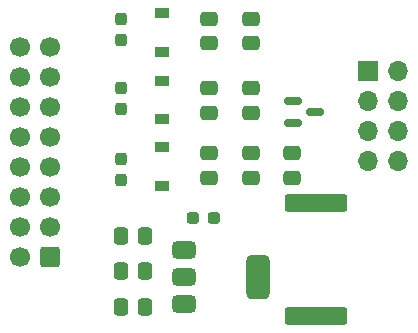
<source format=gts>
%TF.GenerationSoftware,KiCad,Pcbnew,8.0.2*%
%TF.CreationDate,2024-09-09T09:37:28-05:00*%
%TF.ProjectId,wh3lk,7768336c-6b2e-46b6-9963-61645f706362,v2.0.0a*%
%TF.SameCoordinates,Original*%
%TF.FileFunction,Soldermask,Top*%
%TF.FilePolarity,Negative*%
%FSLAX46Y46*%
G04 Gerber Fmt 4.6, Leading zero omitted, Abs format (unit mm)*
G04 Created by KiCad (PCBNEW 8.0.2) date 2024-09-09 09:37:28*
%MOMM*%
%LPD*%
G01*
G04 APERTURE LIST*
G04 Aperture macros list*
%AMRoundRect*
0 Rectangle with rounded corners*
0 $1 Rounding radius*
0 $2 $3 $4 $5 $6 $7 $8 $9 X,Y pos of 4 corners*
0 Add a 4 corners polygon primitive as box body*
4,1,4,$2,$3,$4,$5,$6,$7,$8,$9,$2,$3,0*
0 Add four circle primitives for the rounded corners*
1,1,$1+$1,$2,$3*
1,1,$1+$1,$4,$5*
1,1,$1+$1,$6,$7*
1,1,$1+$1,$8,$9*
0 Add four rect primitives between the rounded corners*
20,1,$1+$1,$2,$3,$4,$5,0*
20,1,$1+$1,$4,$5,$6,$7,0*
20,1,$1+$1,$6,$7,$8,$9,0*
20,1,$1+$1,$8,$9,$2,$3,0*%
G04 Aperture macros list end*
%ADD10R,1.700000X1.700000*%
%ADD11O,1.700000X1.700000*%
%ADD12RoundRect,0.150000X-0.587500X-0.150000X0.587500X-0.150000X0.587500X0.150000X-0.587500X0.150000X0*%
%ADD13RoundRect,0.375000X-0.625000X-0.375000X0.625000X-0.375000X0.625000X0.375000X-0.625000X0.375000X0*%
%ADD14RoundRect,0.500000X-0.500000X-1.400000X0.500000X-1.400000X0.500000X1.400000X-0.500000X1.400000X0*%
%ADD15RoundRect,0.250001X2.399999X-0.487499X2.399999X0.487499X-2.399999X0.487499X-2.399999X-0.487499X0*%
%ADD16RoundRect,0.250000X0.600000X0.600000X-0.600000X0.600000X-0.600000X-0.600000X0.600000X-0.600000X0*%
%ADD17C,1.700000*%
%ADD18RoundRect,0.237500X-0.287500X-0.237500X0.287500X-0.237500X0.287500X0.237500X-0.287500X0.237500X0*%
%ADD19RoundRect,0.237500X0.237500X-0.287500X0.237500X0.287500X-0.237500X0.287500X-0.237500X-0.287500X0*%
%ADD20R,1.220000X0.910000*%
%ADD21RoundRect,0.250000X0.475000X-0.337500X0.475000X0.337500X-0.475000X0.337500X-0.475000X-0.337500X0*%
%ADD22RoundRect,0.250000X0.337500X0.475000X-0.337500X0.475000X-0.337500X-0.475000X0.337500X-0.475000X0*%
%ADD23RoundRect,0.250000X-0.475000X0.337500X-0.475000X-0.337500X0.475000X-0.337500X0.475000X0.337500X0*%
G04 APERTURE END LIST*
D10*
%TO.C,J2*%
X90960000Y-68500000D03*
D11*
X93500000Y-68500000D03*
X90960000Y-71040000D03*
X93500000Y-71040000D03*
X90960000Y-73580000D03*
X93500000Y-73580000D03*
X90960000Y-76120000D03*
X93500000Y-76120000D03*
%TD*%
D12*
%TO.C,U2*%
X86437500Y-72000000D03*
X84562500Y-72950000D03*
X84562500Y-71050000D03*
%TD*%
D13*
%TO.C,U1*%
X75350000Y-88300000D03*
D14*
X81650000Y-86000000D03*
D13*
X75350000Y-86000000D03*
X75350000Y-83700000D03*
%TD*%
D15*
%TO.C,R1*%
X86500000Y-79687500D03*
X86500000Y-89312500D03*
%TD*%
D16*
%TO.C,J1*%
X64000000Y-84280000D03*
D17*
X61460000Y-84280000D03*
X64000000Y-81740000D03*
X61460000Y-81740000D03*
X64000000Y-79200000D03*
X61460000Y-79200000D03*
X64000000Y-76660000D03*
X61460000Y-76660000D03*
X64000000Y-74120000D03*
X61460000Y-74120000D03*
X64000000Y-71580000D03*
X61460000Y-71580000D03*
X64000000Y-69040000D03*
X61460000Y-69040000D03*
X64000000Y-66500000D03*
X61460000Y-66500000D03*
%TD*%
D18*
%TO.C,FB4*%
X77875000Y-81000000D03*
X76125000Y-81000000D03*
%TD*%
D19*
%TO.C,FB3*%
X70000000Y-77750000D03*
X70000000Y-76000000D03*
%TD*%
%TO.C,FB2*%
X70000000Y-70000000D03*
X70000000Y-71750000D03*
%TD*%
%TO.C,FB1*%
X70000000Y-65875000D03*
X70000000Y-64125000D03*
%TD*%
D20*
%TO.C,D3*%
X73500000Y-78270000D03*
X73500000Y-75000000D03*
%TD*%
%TO.C,D2*%
X73500000Y-72635000D03*
X73500000Y-69365000D03*
%TD*%
%TO.C,D1*%
X73500000Y-66895000D03*
X73500000Y-63625000D03*
%TD*%
D21*
%TO.C,C10*%
X84500000Y-75500000D03*
X84500000Y-77575000D03*
%TD*%
D22*
%TO.C,C9*%
X70000000Y-85500000D03*
X72075000Y-85500000D03*
%TD*%
%TO.C,C8*%
X72075000Y-82500000D03*
X70000000Y-82500000D03*
%TD*%
D21*
%TO.C,C7*%
X81000000Y-64125000D03*
X81000000Y-66200000D03*
%TD*%
%TO.C,C6*%
X77500000Y-66200000D03*
X77500000Y-64125000D03*
%TD*%
D22*
%TO.C,C5*%
X70000000Y-88500000D03*
X72075000Y-88500000D03*
%TD*%
D23*
%TO.C,C4*%
X77500000Y-72075000D03*
X77500000Y-70000000D03*
%TD*%
%TO.C,C3*%
X81000000Y-72075000D03*
X81000000Y-70000000D03*
%TD*%
D21*
%TO.C,C2*%
X77500000Y-77575000D03*
X77500000Y-75500000D03*
%TD*%
%TO.C,C1*%
X81000000Y-77575000D03*
X81000000Y-75500000D03*
%TD*%
M02*

</source>
